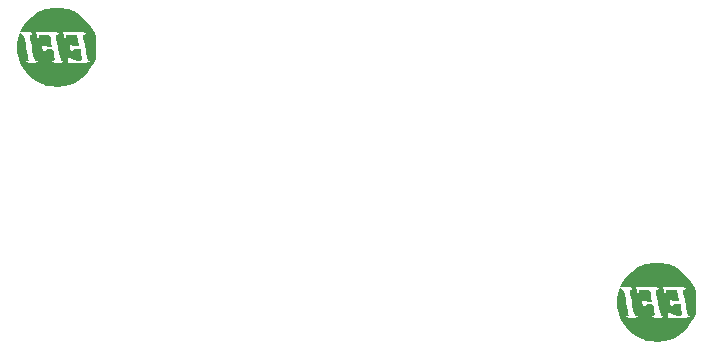
<source format=gbo>
G04 (created by PCBNEW (2013-07-07 BZR 4022)-stable) date 08/12/2013 20:44:26*
%MOIN*%
G04 Gerber Fmt 3.4, Leading zero omitted, Abs format*
%FSLAX34Y34*%
G01*
G70*
G90*
G04 APERTURE LIST*
%ADD10C,0.00590551*%
%ADD11C,0.0001*%
G04 APERTURE END LIST*
G54D10*
G54D11*
G36*
X41317Y-51983D02*
X41315Y-52150D01*
X41309Y-52269D01*
X41294Y-52358D01*
X41269Y-52435D01*
X41229Y-52520D01*
X41224Y-52530D01*
X41150Y-52646D01*
X41150Y-52467D01*
X41101Y-52435D01*
X41086Y-52433D01*
X41058Y-52400D01*
X41024Y-52302D01*
X40985Y-52138D01*
X40969Y-52058D01*
X40938Y-51903D01*
X40911Y-51768D01*
X40890Y-51669D01*
X40879Y-51625D01*
X40885Y-51576D01*
X40914Y-51567D01*
X40960Y-51541D01*
X40967Y-51517D01*
X40956Y-51494D01*
X40918Y-51480D01*
X40842Y-51471D01*
X40718Y-51467D01*
X40589Y-51467D01*
X40211Y-51467D01*
X40226Y-51567D01*
X40249Y-51637D01*
X40285Y-51666D01*
X40286Y-51667D01*
X40316Y-51643D01*
X40312Y-51616D01*
X40312Y-51588D01*
X40350Y-51573D01*
X40436Y-51567D01*
X40491Y-51567D01*
X40689Y-51567D01*
X40722Y-51750D01*
X40755Y-51933D01*
X40627Y-51933D01*
X40546Y-51925D01*
X40502Y-51906D01*
X40500Y-51900D01*
X40473Y-51870D01*
X40454Y-51867D01*
X40425Y-51885D01*
X40426Y-51950D01*
X40430Y-51972D01*
X40455Y-52040D01*
X40489Y-52088D01*
X40520Y-52102D01*
X40533Y-52070D01*
X40533Y-52069D01*
X40563Y-52046D01*
X40636Y-52034D01*
X40664Y-52033D01*
X40795Y-52033D01*
X40818Y-52218D01*
X40828Y-52322D01*
X40828Y-52398D01*
X40823Y-52421D01*
X40775Y-52433D01*
X40693Y-52427D01*
X40599Y-52409D01*
X40517Y-52384D01*
X40470Y-52356D01*
X40467Y-52347D01*
X40440Y-52305D01*
X40417Y-52300D01*
X40377Y-52330D01*
X40367Y-52400D01*
X40367Y-52500D01*
X40768Y-52500D01*
X40953Y-52497D01*
X41079Y-52490D01*
X41143Y-52477D01*
X41150Y-52467D01*
X41150Y-52646D01*
X41054Y-52798D01*
X40849Y-53010D01*
X40610Y-53165D01*
X40402Y-53246D01*
X40233Y-53279D01*
X40233Y-52467D01*
X40206Y-52437D01*
X40183Y-52433D01*
X40139Y-52427D01*
X40133Y-52421D01*
X40127Y-52386D01*
X40110Y-52298D01*
X40084Y-52170D01*
X40053Y-52016D01*
X40050Y-52000D01*
X40014Y-51823D01*
X39989Y-51702D01*
X39976Y-51626D01*
X39973Y-51585D01*
X39979Y-51568D01*
X39994Y-51565D01*
X40017Y-51567D01*
X40061Y-51540D01*
X40067Y-51517D01*
X40056Y-51494D01*
X40018Y-51480D01*
X39942Y-51471D01*
X39818Y-51467D01*
X39689Y-51467D01*
X39311Y-51467D01*
X39326Y-51567D01*
X39349Y-51637D01*
X39385Y-51666D01*
X39386Y-51667D01*
X39416Y-51643D01*
X39412Y-51617D01*
X39413Y-51587D01*
X39451Y-51572D01*
X39540Y-51567D01*
X39578Y-51567D01*
X39682Y-51571D01*
X39756Y-51583D01*
X39779Y-51593D01*
X39793Y-51640D01*
X39809Y-51728D01*
X39819Y-51793D01*
X39842Y-51967D01*
X39727Y-51967D01*
X39638Y-51956D01*
X39576Y-51929D01*
X39574Y-51927D01*
X39530Y-51900D01*
X39515Y-51933D01*
X39523Y-52008D01*
X39550Y-52067D01*
X39589Y-52100D01*
X39623Y-52098D01*
X39633Y-52067D01*
X39661Y-52042D01*
X39726Y-52033D01*
X39801Y-52040D01*
X39861Y-52061D01*
X39877Y-52079D01*
X39892Y-52138D01*
X39910Y-52234D01*
X39918Y-52279D01*
X39928Y-52374D01*
X39921Y-52420D01*
X39891Y-52433D01*
X39887Y-52433D01*
X39840Y-52450D01*
X39833Y-52467D01*
X39864Y-52484D01*
X39943Y-52496D01*
X40033Y-52500D01*
X40140Y-52495D01*
X40212Y-52482D01*
X40233Y-52467D01*
X40233Y-53279D01*
X40225Y-53281D01*
X40020Y-53295D01*
X39815Y-53288D01*
X39639Y-53260D01*
X39609Y-53251D01*
X39374Y-53147D01*
X39152Y-52993D01*
X38962Y-52802D01*
X38819Y-52589D01*
X38807Y-52564D01*
X38731Y-52358D01*
X38685Y-52127D01*
X38675Y-51905D01*
X38680Y-51844D01*
X38701Y-51710D01*
X38728Y-51602D01*
X38757Y-51532D01*
X38785Y-51513D01*
X38793Y-51521D01*
X38844Y-51563D01*
X38864Y-51572D01*
X38894Y-51613D01*
X38930Y-51719D01*
X38970Y-51885D01*
X38987Y-51968D01*
X39023Y-52151D01*
X39046Y-52278D01*
X39058Y-52360D01*
X39059Y-52406D01*
X39049Y-52427D01*
X39030Y-52433D01*
X39017Y-52433D01*
X38972Y-52451D01*
X38967Y-52467D01*
X38997Y-52484D01*
X39076Y-52496D01*
X39167Y-52500D01*
X39280Y-52494D01*
X39350Y-52478D01*
X39369Y-52456D01*
X39330Y-52432D01*
X39306Y-52425D01*
X39275Y-52403D01*
X39248Y-52349D01*
X39221Y-52251D01*
X39191Y-52099D01*
X39188Y-52080D01*
X39161Y-51928D01*
X39136Y-51793D01*
X39117Y-51692D01*
X39111Y-51658D01*
X39106Y-51590D01*
X39137Y-51567D01*
X39145Y-51566D01*
X39182Y-51546D01*
X39179Y-51516D01*
X39145Y-51486D01*
X39068Y-51470D01*
X38960Y-51466D01*
X38761Y-51467D01*
X38836Y-51342D01*
X38985Y-51141D01*
X39176Y-50958D01*
X39387Y-50814D01*
X39433Y-50790D01*
X39533Y-50742D01*
X39616Y-50712D01*
X39702Y-50694D01*
X39809Y-50686D01*
X39958Y-50684D01*
X40016Y-50684D01*
X40183Y-50686D01*
X40303Y-50692D01*
X40394Y-50707D01*
X40475Y-50734D01*
X40566Y-50775D01*
X40581Y-50782D01*
X40791Y-50915D01*
X40986Y-51093D01*
X41148Y-51296D01*
X41221Y-51422D01*
X41264Y-51515D01*
X41292Y-51596D01*
X41307Y-51685D01*
X41315Y-51801D01*
X41316Y-51963D01*
X41317Y-51983D01*
X41317Y-51983D01*
X41317Y-51983D01*
G37*
G36*
X61317Y-60483D02*
X61315Y-60650D01*
X61309Y-60769D01*
X61294Y-60858D01*
X61269Y-60935D01*
X61229Y-61020D01*
X61224Y-61030D01*
X61150Y-61146D01*
X61150Y-60967D01*
X61101Y-60935D01*
X61086Y-60933D01*
X61058Y-60900D01*
X61024Y-60802D01*
X60985Y-60638D01*
X60969Y-60558D01*
X60938Y-60403D01*
X60911Y-60268D01*
X60890Y-60169D01*
X60879Y-60125D01*
X60885Y-60076D01*
X60914Y-60067D01*
X60960Y-60041D01*
X60967Y-60017D01*
X60956Y-59994D01*
X60918Y-59980D01*
X60842Y-59971D01*
X60718Y-59967D01*
X60589Y-59967D01*
X60211Y-59967D01*
X60226Y-60067D01*
X60249Y-60137D01*
X60285Y-60166D01*
X60286Y-60167D01*
X60316Y-60143D01*
X60312Y-60116D01*
X60312Y-60088D01*
X60350Y-60073D01*
X60436Y-60067D01*
X60491Y-60067D01*
X60689Y-60067D01*
X60722Y-60250D01*
X60755Y-60433D01*
X60627Y-60433D01*
X60546Y-60425D01*
X60502Y-60406D01*
X60500Y-60400D01*
X60473Y-60370D01*
X60454Y-60367D01*
X60425Y-60385D01*
X60426Y-60450D01*
X60430Y-60472D01*
X60455Y-60540D01*
X60489Y-60588D01*
X60520Y-60602D01*
X60533Y-60570D01*
X60533Y-60569D01*
X60563Y-60546D01*
X60636Y-60534D01*
X60664Y-60533D01*
X60795Y-60533D01*
X60818Y-60718D01*
X60828Y-60822D01*
X60828Y-60898D01*
X60823Y-60921D01*
X60775Y-60933D01*
X60693Y-60927D01*
X60599Y-60909D01*
X60517Y-60884D01*
X60470Y-60856D01*
X60467Y-60847D01*
X60440Y-60805D01*
X60417Y-60800D01*
X60377Y-60830D01*
X60367Y-60900D01*
X60367Y-61000D01*
X60768Y-61000D01*
X60953Y-60997D01*
X61079Y-60990D01*
X61143Y-60977D01*
X61150Y-60967D01*
X61150Y-61146D01*
X61054Y-61298D01*
X60849Y-61510D01*
X60610Y-61665D01*
X60402Y-61746D01*
X60233Y-61779D01*
X60233Y-60967D01*
X60206Y-60937D01*
X60183Y-60933D01*
X60139Y-60927D01*
X60133Y-60921D01*
X60127Y-60886D01*
X60110Y-60798D01*
X60084Y-60670D01*
X60053Y-60516D01*
X60050Y-60500D01*
X60014Y-60323D01*
X59989Y-60202D01*
X59976Y-60126D01*
X59973Y-60085D01*
X59979Y-60068D01*
X59994Y-60065D01*
X60017Y-60067D01*
X60061Y-60040D01*
X60067Y-60017D01*
X60056Y-59994D01*
X60018Y-59980D01*
X59942Y-59971D01*
X59818Y-59967D01*
X59689Y-59967D01*
X59311Y-59967D01*
X59326Y-60067D01*
X59349Y-60137D01*
X59385Y-60166D01*
X59386Y-60167D01*
X59416Y-60143D01*
X59412Y-60117D01*
X59413Y-60087D01*
X59451Y-60072D01*
X59540Y-60067D01*
X59578Y-60067D01*
X59682Y-60071D01*
X59756Y-60083D01*
X59779Y-60093D01*
X59793Y-60140D01*
X59809Y-60228D01*
X59819Y-60293D01*
X59842Y-60467D01*
X59727Y-60467D01*
X59638Y-60456D01*
X59576Y-60429D01*
X59574Y-60427D01*
X59530Y-60400D01*
X59515Y-60433D01*
X59523Y-60508D01*
X59550Y-60567D01*
X59589Y-60600D01*
X59623Y-60598D01*
X59633Y-60567D01*
X59661Y-60542D01*
X59726Y-60533D01*
X59801Y-60540D01*
X59861Y-60561D01*
X59877Y-60579D01*
X59892Y-60638D01*
X59910Y-60734D01*
X59918Y-60779D01*
X59928Y-60874D01*
X59921Y-60920D01*
X59891Y-60933D01*
X59887Y-60933D01*
X59840Y-60950D01*
X59833Y-60967D01*
X59864Y-60984D01*
X59943Y-60996D01*
X60033Y-61000D01*
X60140Y-60995D01*
X60212Y-60982D01*
X60233Y-60967D01*
X60233Y-61779D01*
X60225Y-61781D01*
X60020Y-61795D01*
X59815Y-61788D01*
X59639Y-61760D01*
X59609Y-61751D01*
X59374Y-61647D01*
X59152Y-61493D01*
X58962Y-61302D01*
X58819Y-61089D01*
X58807Y-61064D01*
X58731Y-60858D01*
X58685Y-60627D01*
X58675Y-60405D01*
X58680Y-60344D01*
X58701Y-60210D01*
X58728Y-60102D01*
X58757Y-60032D01*
X58785Y-60013D01*
X58793Y-60021D01*
X58844Y-60063D01*
X58864Y-60072D01*
X58894Y-60113D01*
X58930Y-60219D01*
X58970Y-60385D01*
X58987Y-60468D01*
X59023Y-60651D01*
X59046Y-60778D01*
X59058Y-60860D01*
X59059Y-60906D01*
X59049Y-60927D01*
X59030Y-60933D01*
X59017Y-60933D01*
X58972Y-60951D01*
X58967Y-60967D01*
X58997Y-60984D01*
X59076Y-60996D01*
X59167Y-61000D01*
X59280Y-60994D01*
X59350Y-60978D01*
X59369Y-60956D01*
X59330Y-60932D01*
X59306Y-60925D01*
X59275Y-60903D01*
X59248Y-60849D01*
X59221Y-60751D01*
X59191Y-60599D01*
X59188Y-60580D01*
X59161Y-60428D01*
X59136Y-60293D01*
X59117Y-60192D01*
X59111Y-60158D01*
X59106Y-60090D01*
X59137Y-60067D01*
X59145Y-60066D01*
X59182Y-60046D01*
X59179Y-60016D01*
X59145Y-59986D01*
X59068Y-59970D01*
X58960Y-59966D01*
X58761Y-59967D01*
X58836Y-59842D01*
X58985Y-59641D01*
X59176Y-59458D01*
X59387Y-59314D01*
X59433Y-59290D01*
X59533Y-59242D01*
X59616Y-59212D01*
X59702Y-59194D01*
X59809Y-59186D01*
X59958Y-59184D01*
X60016Y-59184D01*
X60183Y-59186D01*
X60303Y-59192D01*
X60394Y-59207D01*
X60475Y-59234D01*
X60566Y-59275D01*
X60581Y-59282D01*
X60791Y-59415D01*
X60986Y-59593D01*
X61148Y-59796D01*
X61221Y-59922D01*
X61264Y-60015D01*
X61292Y-60096D01*
X61307Y-60185D01*
X61315Y-60301D01*
X61316Y-60463D01*
X61317Y-60483D01*
X61317Y-60483D01*
X61317Y-60483D01*
G37*
M02*

</source>
